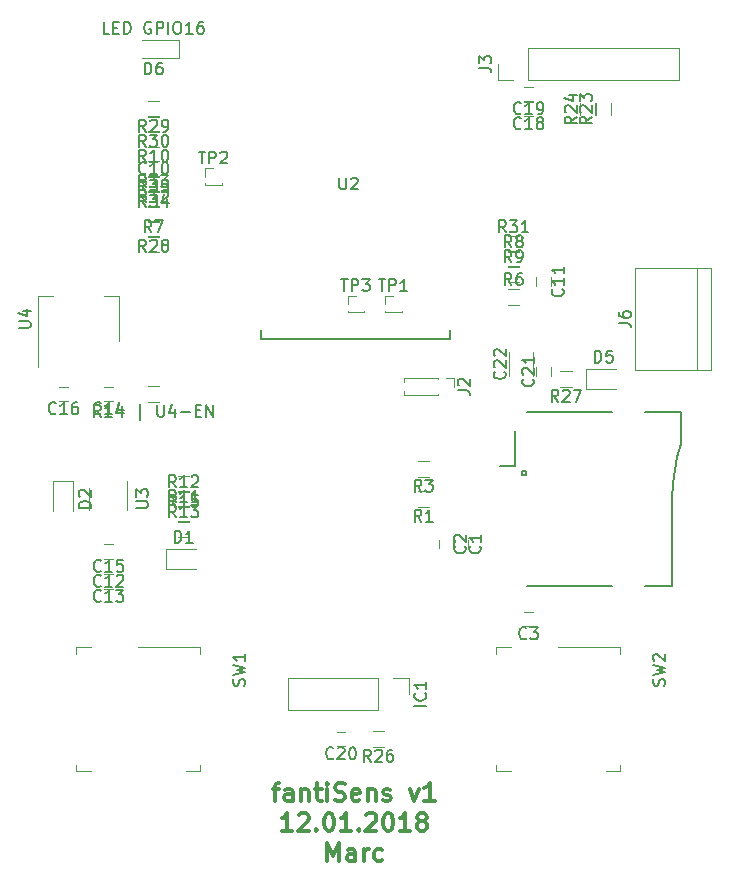
<source format=gbr>
G04 #@! TF.FileFunction,Legend,Top*
%FSLAX46Y46*%
G04 Gerber Fmt 4.6, Leading zero omitted, Abs format (unit mm)*
G04 Created by KiCad (PCBNEW 4.0.6) date 01/12/18 22:01:55*
%MOMM*%
%LPD*%
G01*
G04 APERTURE LIST*
%ADD10C,0.100000*%
%ADD11C,0.300000*%
%ADD12C,0.150000*%
%ADD13C,0.120000*%
%ADD14C,0.152400*%
G04 APERTURE END LIST*
D10*
D11*
X53269429Y-100760571D02*
X53840858Y-100760571D01*
X53483715Y-101760571D02*
X53483715Y-100474857D01*
X53555143Y-100332000D01*
X53698001Y-100260571D01*
X53840858Y-100260571D01*
X54983715Y-101760571D02*
X54983715Y-100974857D01*
X54912286Y-100832000D01*
X54769429Y-100760571D01*
X54483715Y-100760571D01*
X54340858Y-100832000D01*
X54983715Y-101689143D02*
X54840858Y-101760571D01*
X54483715Y-101760571D01*
X54340858Y-101689143D01*
X54269429Y-101546286D01*
X54269429Y-101403429D01*
X54340858Y-101260571D01*
X54483715Y-101189143D01*
X54840858Y-101189143D01*
X54983715Y-101117714D01*
X55698001Y-100760571D02*
X55698001Y-101760571D01*
X55698001Y-100903429D02*
X55769429Y-100832000D01*
X55912287Y-100760571D01*
X56126572Y-100760571D01*
X56269429Y-100832000D01*
X56340858Y-100974857D01*
X56340858Y-101760571D01*
X56840858Y-100760571D02*
X57412287Y-100760571D01*
X57055144Y-100260571D02*
X57055144Y-101546286D01*
X57126572Y-101689143D01*
X57269430Y-101760571D01*
X57412287Y-101760571D01*
X57912287Y-101760571D02*
X57912287Y-100760571D01*
X57912287Y-100260571D02*
X57840858Y-100332000D01*
X57912287Y-100403429D01*
X57983715Y-100332000D01*
X57912287Y-100260571D01*
X57912287Y-100403429D01*
X58555144Y-101689143D02*
X58769430Y-101760571D01*
X59126573Y-101760571D01*
X59269430Y-101689143D01*
X59340859Y-101617714D01*
X59412287Y-101474857D01*
X59412287Y-101332000D01*
X59340859Y-101189143D01*
X59269430Y-101117714D01*
X59126573Y-101046286D01*
X58840859Y-100974857D01*
X58698001Y-100903429D01*
X58626573Y-100832000D01*
X58555144Y-100689143D01*
X58555144Y-100546286D01*
X58626573Y-100403429D01*
X58698001Y-100332000D01*
X58840859Y-100260571D01*
X59198001Y-100260571D01*
X59412287Y-100332000D01*
X60626572Y-101689143D02*
X60483715Y-101760571D01*
X60198001Y-101760571D01*
X60055144Y-101689143D01*
X59983715Y-101546286D01*
X59983715Y-100974857D01*
X60055144Y-100832000D01*
X60198001Y-100760571D01*
X60483715Y-100760571D01*
X60626572Y-100832000D01*
X60698001Y-100974857D01*
X60698001Y-101117714D01*
X59983715Y-101260571D01*
X61340858Y-100760571D02*
X61340858Y-101760571D01*
X61340858Y-100903429D02*
X61412286Y-100832000D01*
X61555144Y-100760571D01*
X61769429Y-100760571D01*
X61912286Y-100832000D01*
X61983715Y-100974857D01*
X61983715Y-101760571D01*
X62626572Y-101689143D02*
X62769429Y-101760571D01*
X63055144Y-101760571D01*
X63198001Y-101689143D01*
X63269429Y-101546286D01*
X63269429Y-101474857D01*
X63198001Y-101332000D01*
X63055144Y-101260571D01*
X62840858Y-101260571D01*
X62698001Y-101189143D01*
X62626572Y-101046286D01*
X62626572Y-100974857D01*
X62698001Y-100832000D01*
X62840858Y-100760571D01*
X63055144Y-100760571D01*
X63198001Y-100832000D01*
X64912287Y-100760571D02*
X65269430Y-101760571D01*
X65626572Y-100760571D01*
X66983715Y-101760571D02*
X66126572Y-101760571D01*
X66555144Y-101760571D02*
X66555144Y-100260571D01*
X66412287Y-100474857D01*
X66269429Y-100617714D01*
X66126572Y-100689143D01*
X54912287Y-104310571D02*
X54055144Y-104310571D01*
X54483716Y-104310571D02*
X54483716Y-102810571D01*
X54340859Y-103024857D01*
X54198001Y-103167714D01*
X54055144Y-103239143D01*
X55483715Y-102953429D02*
X55555144Y-102882000D01*
X55698001Y-102810571D01*
X56055144Y-102810571D01*
X56198001Y-102882000D01*
X56269430Y-102953429D01*
X56340858Y-103096286D01*
X56340858Y-103239143D01*
X56269430Y-103453429D01*
X55412287Y-104310571D01*
X56340858Y-104310571D01*
X56983715Y-104167714D02*
X57055143Y-104239143D01*
X56983715Y-104310571D01*
X56912286Y-104239143D01*
X56983715Y-104167714D01*
X56983715Y-104310571D01*
X57983715Y-102810571D02*
X58126572Y-102810571D01*
X58269429Y-102882000D01*
X58340858Y-102953429D01*
X58412287Y-103096286D01*
X58483715Y-103382000D01*
X58483715Y-103739143D01*
X58412287Y-104024857D01*
X58340858Y-104167714D01*
X58269429Y-104239143D01*
X58126572Y-104310571D01*
X57983715Y-104310571D01*
X57840858Y-104239143D01*
X57769429Y-104167714D01*
X57698001Y-104024857D01*
X57626572Y-103739143D01*
X57626572Y-103382000D01*
X57698001Y-103096286D01*
X57769429Y-102953429D01*
X57840858Y-102882000D01*
X57983715Y-102810571D01*
X59912286Y-104310571D02*
X59055143Y-104310571D01*
X59483715Y-104310571D02*
X59483715Y-102810571D01*
X59340858Y-103024857D01*
X59198000Y-103167714D01*
X59055143Y-103239143D01*
X60555143Y-104167714D02*
X60626571Y-104239143D01*
X60555143Y-104310571D01*
X60483714Y-104239143D01*
X60555143Y-104167714D01*
X60555143Y-104310571D01*
X61198000Y-102953429D02*
X61269429Y-102882000D01*
X61412286Y-102810571D01*
X61769429Y-102810571D01*
X61912286Y-102882000D01*
X61983715Y-102953429D01*
X62055143Y-103096286D01*
X62055143Y-103239143D01*
X61983715Y-103453429D01*
X61126572Y-104310571D01*
X62055143Y-104310571D01*
X62983714Y-102810571D02*
X63126571Y-102810571D01*
X63269428Y-102882000D01*
X63340857Y-102953429D01*
X63412286Y-103096286D01*
X63483714Y-103382000D01*
X63483714Y-103739143D01*
X63412286Y-104024857D01*
X63340857Y-104167714D01*
X63269428Y-104239143D01*
X63126571Y-104310571D01*
X62983714Y-104310571D01*
X62840857Y-104239143D01*
X62769428Y-104167714D01*
X62698000Y-104024857D01*
X62626571Y-103739143D01*
X62626571Y-103382000D01*
X62698000Y-103096286D01*
X62769428Y-102953429D01*
X62840857Y-102882000D01*
X62983714Y-102810571D01*
X64912285Y-104310571D02*
X64055142Y-104310571D01*
X64483714Y-104310571D02*
X64483714Y-102810571D01*
X64340857Y-103024857D01*
X64197999Y-103167714D01*
X64055142Y-103239143D01*
X65769428Y-103453429D02*
X65626570Y-103382000D01*
X65555142Y-103310571D01*
X65483713Y-103167714D01*
X65483713Y-103096286D01*
X65555142Y-102953429D01*
X65626570Y-102882000D01*
X65769428Y-102810571D01*
X66055142Y-102810571D01*
X66197999Y-102882000D01*
X66269428Y-102953429D01*
X66340856Y-103096286D01*
X66340856Y-103167714D01*
X66269428Y-103310571D01*
X66197999Y-103382000D01*
X66055142Y-103453429D01*
X65769428Y-103453429D01*
X65626570Y-103524857D01*
X65555142Y-103596286D01*
X65483713Y-103739143D01*
X65483713Y-104024857D01*
X65555142Y-104167714D01*
X65626570Y-104239143D01*
X65769428Y-104310571D01*
X66055142Y-104310571D01*
X66197999Y-104239143D01*
X66269428Y-104167714D01*
X66340856Y-104024857D01*
X66340856Y-103739143D01*
X66269428Y-103596286D01*
X66197999Y-103524857D01*
X66055142Y-103453429D01*
X57912286Y-106860571D02*
X57912286Y-105360571D01*
X58412286Y-106432000D01*
X58912286Y-105360571D01*
X58912286Y-106860571D01*
X60269429Y-106860571D02*
X60269429Y-106074857D01*
X60198000Y-105932000D01*
X60055143Y-105860571D01*
X59769429Y-105860571D01*
X59626572Y-105932000D01*
X60269429Y-106789143D02*
X60126572Y-106860571D01*
X59769429Y-106860571D01*
X59626572Y-106789143D01*
X59555143Y-106646286D01*
X59555143Y-106503429D01*
X59626572Y-106360571D01*
X59769429Y-106289143D01*
X60126572Y-106289143D01*
X60269429Y-106217714D01*
X60983715Y-106860571D02*
X60983715Y-105860571D01*
X60983715Y-106146286D02*
X61055143Y-106003429D01*
X61126572Y-105932000D01*
X61269429Y-105860571D01*
X61412286Y-105860571D01*
X62555143Y-106789143D02*
X62412286Y-106860571D01*
X62126572Y-106860571D01*
X61983714Y-106789143D01*
X61912286Y-106717714D01*
X61840857Y-106574857D01*
X61840857Y-106146286D01*
X61912286Y-106003429D01*
X61983714Y-105932000D01*
X62126572Y-105860571D01*
X62412286Y-105860571D01*
X62555143Y-105932000D01*
D12*
X87120000Y-83550000D02*
X87120000Y-76200000D01*
X87120000Y-76200000D02*
X87170000Y-74850000D01*
X87170000Y-74850000D02*
X87320000Y-73700000D01*
X87320000Y-73700000D02*
X87520000Y-72600000D01*
X87520000Y-72600000D02*
X87820000Y-71550000D01*
X73820000Y-73400000D02*
X72520000Y-73400000D01*
X82020000Y-83550000D02*
X74820000Y-83550000D01*
X84820000Y-83550000D02*
X87120000Y-83550000D01*
X87820000Y-71550000D02*
X87820000Y-68850000D01*
X87820000Y-68850000D02*
X84820000Y-68850000D01*
X74820000Y-68850000D02*
X82020000Y-68850000D01*
X74420000Y-73850000D02*
X74420000Y-74150000D01*
X74420000Y-74150000D02*
X74720000Y-74150000D01*
X74720000Y-74150000D02*
X74720000Y-73850000D01*
X74720000Y-73850000D02*
X74420000Y-73850000D01*
X73820000Y-73400000D02*
X73820000Y-70400000D01*
D13*
X69815000Y-79660000D02*
X69815000Y-80360000D01*
X68615000Y-80360000D02*
X68615000Y-79660000D01*
X68545000Y-79660000D02*
X68545000Y-80360000D01*
X67345000Y-80360000D02*
X67345000Y-79660000D01*
X75280000Y-86960000D02*
X74580000Y-86960000D01*
X74580000Y-85760000D02*
X75280000Y-85760000D01*
X43530000Y-47590000D02*
X42830000Y-47590000D01*
X42830000Y-46390000D02*
X43530000Y-46390000D01*
X76800000Y-57435000D02*
X76800000Y-58135000D01*
X75600000Y-58135000D02*
X75600000Y-57435000D01*
X39720000Y-82515000D02*
X39020000Y-82515000D01*
X39020000Y-81315000D02*
X39720000Y-81315000D01*
X39720000Y-83785000D02*
X39020000Y-83785000D01*
X39020000Y-82585000D02*
X39720000Y-82585000D01*
X39720000Y-67910000D02*
X39020000Y-67910000D01*
X39020000Y-66710000D02*
X39720000Y-66710000D01*
X39720000Y-81245000D02*
X39020000Y-81245000D01*
X39020000Y-80045000D02*
X39720000Y-80045000D01*
X35910000Y-67910000D02*
X35210000Y-67910000D01*
X35210000Y-66710000D02*
X35910000Y-66710000D01*
X75280000Y-43780000D02*
X74580000Y-43780000D01*
X74580000Y-42580000D02*
X75280000Y-42580000D01*
X75280000Y-42510000D02*
X74580000Y-42510000D01*
X74580000Y-41310000D02*
X75280000Y-41310000D01*
X59405000Y-97120000D02*
X58705000Y-97120000D01*
X58705000Y-95920000D02*
X59405000Y-95920000D01*
X75600000Y-65755000D02*
X75600000Y-65055000D01*
X76800000Y-65055000D02*
X76800000Y-65755000D01*
X73275000Y-63770000D02*
X73275000Y-65770000D01*
X75315000Y-65770000D02*
X75315000Y-63770000D01*
X44220000Y-80430000D02*
X44220000Y-82130000D01*
X44220000Y-82130000D02*
X46770000Y-82130000D01*
X44220000Y-80430000D02*
X46770000Y-80430000D01*
X36410000Y-74700000D02*
X34710000Y-74700000D01*
X34710000Y-74700000D02*
X34710000Y-77250000D01*
X36410000Y-74700000D02*
X36410000Y-77250000D01*
X79780000Y-65190000D02*
X79780000Y-66890000D01*
X79780000Y-66890000D02*
X82330000Y-66890000D01*
X79780000Y-65190000D02*
X82330000Y-65190000D01*
X42180000Y-37350000D02*
X45380000Y-37350000D01*
X45380000Y-38850000D02*
X42180000Y-38850000D01*
X45380000Y-38850000D02*
X45380000Y-37350000D01*
X54550000Y-91380000D02*
X54550000Y-94040000D01*
X62230000Y-91380000D02*
X54550000Y-91380000D01*
X62230000Y-94040000D02*
X54550000Y-94040000D01*
X62230000Y-91380000D02*
X62230000Y-94040000D01*
X63500000Y-91380000D02*
X64830000Y-91380000D01*
X64830000Y-91380000D02*
X64830000Y-92710000D01*
X64385000Y-65980000D02*
X64385000Y-66280507D01*
X64385000Y-67069493D02*
X64385000Y-67370000D01*
X67260000Y-65980000D02*
X64385000Y-65980000D01*
X67260000Y-67370000D02*
X64385000Y-67370000D01*
X67260000Y-65980000D02*
X67260000Y-66066724D01*
X67260000Y-67283276D02*
X67260000Y-67370000D01*
X67945000Y-65980000D02*
X68630000Y-65980000D01*
X68630000Y-65980000D02*
X68630000Y-66675000D01*
X87690000Y-40700000D02*
X87690000Y-38040000D01*
X74930000Y-40700000D02*
X87690000Y-40700000D01*
X74930000Y-38040000D02*
X87690000Y-38040000D01*
X74930000Y-40700000D02*
X74930000Y-38040000D01*
X73660000Y-40700000D02*
X72330000Y-40700000D01*
X72330000Y-40700000D02*
X72330000Y-39370000D01*
X90390000Y-65310000D02*
X90390000Y-56610000D01*
X83980000Y-65310000D02*
X83980000Y-56610000D01*
X83980000Y-56610000D02*
X90390000Y-56610000D01*
X89160000Y-56610000D02*
X89160000Y-65310000D01*
X90390000Y-65310000D02*
X83980000Y-65310000D01*
X65540000Y-75520000D02*
X66540000Y-75520000D01*
X66540000Y-76880000D02*
X65540000Y-76880000D01*
X65540000Y-72980000D02*
X66540000Y-72980000D01*
X66540000Y-74340000D02*
X65540000Y-74340000D01*
X74160000Y-59735000D02*
X73160000Y-59735000D01*
X73160000Y-58375000D02*
X74160000Y-58375000D01*
X43680000Y-55290000D02*
X42680000Y-55290000D01*
X42680000Y-53930000D02*
X43680000Y-53930000D01*
X74160000Y-56560000D02*
X73160000Y-56560000D01*
X73160000Y-55200000D02*
X74160000Y-55200000D01*
X74160000Y-57830000D02*
X73160000Y-57830000D01*
X73160000Y-56470000D02*
X74160000Y-56470000D01*
X42680000Y-45040000D02*
X43680000Y-45040000D01*
X43680000Y-46400000D02*
X42680000Y-46400000D01*
X46220000Y-78150000D02*
X45220000Y-78150000D01*
X45220000Y-76790000D02*
X46220000Y-76790000D01*
X46220000Y-76880000D02*
X45220000Y-76880000D01*
X45220000Y-75520000D02*
X46220000Y-75520000D01*
X46220000Y-79420000D02*
X45220000Y-79420000D01*
X45220000Y-78060000D02*
X46220000Y-78060000D01*
X42680000Y-66630000D02*
X43680000Y-66630000D01*
X43680000Y-67990000D02*
X42680000Y-67990000D01*
X45220000Y-74250000D02*
X46220000Y-74250000D01*
X46220000Y-75610000D02*
X45220000Y-75610000D01*
X81960000Y-42680000D02*
X81960000Y-43680000D01*
X80600000Y-43680000D02*
X80600000Y-42680000D01*
X80690000Y-42680000D02*
X80690000Y-43680000D01*
X79330000Y-43680000D02*
X79330000Y-42680000D01*
X61730000Y-95840000D02*
X62730000Y-95840000D01*
X62730000Y-97200000D02*
X61730000Y-97200000D01*
X77605000Y-65360000D02*
X78605000Y-65360000D01*
X78605000Y-66720000D02*
X77605000Y-66720000D01*
X42680000Y-52660000D02*
X43680000Y-52660000D01*
X43680000Y-54020000D02*
X42680000Y-54020000D01*
X42680000Y-42500000D02*
X43680000Y-42500000D01*
X43680000Y-43860000D02*
X42680000Y-43860000D01*
X42680000Y-43770000D02*
X43680000Y-43770000D01*
X43680000Y-45130000D02*
X42680000Y-45130000D01*
X74160000Y-55290000D02*
X73160000Y-55290000D01*
X73160000Y-53930000D02*
X74160000Y-53930000D01*
X43680000Y-52750000D02*
X42680000Y-52750000D01*
X42680000Y-51390000D02*
X43680000Y-51390000D01*
X43680000Y-51480000D02*
X42680000Y-51480000D01*
X42680000Y-50120000D02*
X43680000Y-50120000D01*
X42680000Y-48850000D02*
X43680000Y-48850000D01*
X43680000Y-50210000D02*
X42680000Y-50210000D01*
X42680000Y-47580000D02*
X43680000Y-47580000D01*
X43680000Y-48940000D02*
X42680000Y-48940000D01*
X47160000Y-98680000D02*
X47160000Y-99230000D01*
X47160000Y-99230000D02*
X45910000Y-99230000D01*
X36660000Y-98680000D02*
X36660000Y-99230000D01*
X36660000Y-99230000D02*
X37910000Y-99230000D01*
X47160000Y-89280000D02*
X47160000Y-88730000D01*
X47160000Y-88730000D02*
X41910000Y-88730000D01*
X36660000Y-89280000D02*
X36660000Y-88730000D01*
X36660000Y-88730000D02*
X37910000Y-88730000D01*
X82720000Y-98680000D02*
X82720000Y-99230000D01*
X82720000Y-99230000D02*
X81470000Y-99230000D01*
X72220000Y-98680000D02*
X72220000Y-99230000D01*
X72220000Y-99230000D02*
X73470000Y-99230000D01*
X82720000Y-89280000D02*
X82720000Y-88730000D01*
X82720000Y-88730000D02*
X77470000Y-88730000D01*
X72220000Y-89280000D02*
X72220000Y-88730000D01*
X72220000Y-88730000D02*
X73470000Y-88730000D01*
X62805000Y-60375000D02*
X64195000Y-60375000D01*
X62805000Y-60375000D02*
X62805000Y-60250000D01*
X64195000Y-60375000D02*
X64195000Y-60250000D01*
X62805000Y-60375000D02*
X62891724Y-60375000D01*
X64108276Y-60375000D02*
X64195000Y-60375000D01*
X62805000Y-59690000D02*
X62805000Y-59005000D01*
X62805000Y-59005000D02*
X63500000Y-59005000D01*
X47565000Y-49580000D02*
X48955000Y-49580000D01*
X47565000Y-49580000D02*
X47565000Y-49455000D01*
X48955000Y-49580000D02*
X48955000Y-49455000D01*
X47565000Y-49580000D02*
X47651724Y-49580000D01*
X48868276Y-49580000D02*
X48955000Y-49580000D01*
X47565000Y-48895000D02*
X47565000Y-48210000D01*
X47565000Y-48210000D02*
X48260000Y-48210000D01*
X59630000Y-60375000D02*
X61020000Y-60375000D01*
X59630000Y-60375000D02*
X59630000Y-60250000D01*
X61020000Y-60375000D02*
X61020000Y-60250000D01*
X59630000Y-60375000D02*
X59716724Y-60375000D01*
X60933276Y-60375000D02*
X61020000Y-60375000D01*
X59630000Y-59690000D02*
X59630000Y-59005000D01*
X59630000Y-59005000D02*
X60325000Y-59005000D01*
D14*
X52324000Y-61849000D02*
X52324000Y-62611000D01*
X52324000Y-62611000D02*
X68326000Y-62611000D01*
X68326000Y-62611000D02*
X68326000Y-61849000D01*
D13*
X37760000Y-75300000D02*
X37760000Y-77100000D01*
X40980000Y-77100000D02*
X40980000Y-74650000D01*
X40240000Y-59050000D02*
X38980000Y-59050000D01*
X33420000Y-59050000D02*
X34680000Y-59050000D01*
X40240000Y-62810000D02*
X40240000Y-59050000D01*
X33420000Y-65060000D02*
X33420000Y-59050000D01*
D12*
X70822143Y-80176666D02*
X70869762Y-80224285D01*
X70917381Y-80367142D01*
X70917381Y-80462380D01*
X70869762Y-80605238D01*
X70774524Y-80700476D01*
X70679286Y-80748095D01*
X70488810Y-80795714D01*
X70345952Y-80795714D01*
X70155476Y-80748095D01*
X70060238Y-80700476D01*
X69965000Y-80605238D01*
X69917381Y-80462380D01*
X69917381Y-80367142D01*
X69965000Y-80224285D01*
X70012619Y-80176666D01*
X70917381Y-79224285D02*
X70917381Y-79795714D01*
X70917381Y-79510000D02*
X69917381Y-79510000D01*
X70060238Y-79605238D01*
X70155476Y-79700476D01*
X70203095Y-79795714D01*
X69552143Y-80176666D02*
X69599762Y-80224285D01*
X69647381Y-80367142D01*
X69647381Y-80462380D01*
X69599762Y-80605238D01*
X69504524Y-80700476D01*
X69409286Y-80748095D01*
X69218810Y-80795714D01*
X69075952Y-80795714D01*
X68885476Y-80748095D01*
X68790238Y-80700476D01*
X68695000Y-80605238D01*
X68647381Y-80462380D01*
X68647381Y-80367142D01*
X68695000Y-80224285D01*
X68742619Y-80176666D01*
X68742619Y-79795714D02*
X68695000Y-79748095D01*
X68647381Y-79652857D01*
X68647381Y-79414761D01*
X68695000Y-79319523D01*
X68742619Y-79271904D01*
X68837857Y-79224285D01*
X68933095Y-79224285D01*
X69075952Y-79271904D01*
X69647381Y-79843333D01*
X69647381Y-79224285D01*
X74763334Y-87967143D02*
X74715715Y-88014762D01*
X74572858Y-88062381D01*
X74477620Y-88062381D01*
X74334762Y-88014762D01*
X74239524Y-87919524D01*
X74191905Y-87824286D01*
X74144286Y-87633810D01*
X74144286Y-87490952D01*
X74191905Y-87300476D01*
X74239524Y-87205238D01*
X74334762Y-87110000D01*
X74477620Y-87062381D01*
X74572858Y-87062381D01*
X74715715Y-87110000D01*
X74763334Y-87157619D01*
X75096667Y-87062381D02*
X75715715Y-87062381D01*
X75382381Y-87443333D01*
X75525239Y-87443333D01*
X75620477Y-87490952D01*
X75668096Y-87538571D01*
X75715715Y-87633810D01*
X75715715Y-87871905D01*
X75668096Y-87967143D01*
X75620477Y-88014762D01*
X75525239Y-88062381D01*
X75239524Y-88062381D01*
X75144286Y-88014762D01*
X75096667Y-87967143D01*
X42537143Y-48597143D02*
X42489524Y-48644762D01*
X42346667Y-48692381D01*
X42251429Y-48692381D01*
X42108571Y-48644762D01*
X42013333Y-48549524D01*
X41965714Y-48454286D01*
X41918095Y-48263810D01*
X41918095Y-48120952D01*
X41965714Y-47930476D01*
X42013333Y-47835238D01*
X42108571Y-47740000D01*
X42251429Y-47692381D01*
X42346667Y-47692381D01*
X42489524Y-47740000D01*
X42537143Y-47787619D01*
X43489524Y-48692381D02*
X42918095Y-48692381D01*
X43203809Y-48692381D02*
X43203809Y-47692381D01*
X43108571Y-47835238D01*
X43013333Y-47930476D01*
X42918095Y-47978095D01*
X44108571Y-47692381D02*
X44203810Y-47692381D01*
X44299048Y-47740000D01*
X44346667Y-47787619D01*
X44394286Y-47882857D01*
X44441905Y-48073333D01*
X44441905Y-48311429D01*
X44394286Y-48501905D01*
X44346667Y-48597143D01*
X44299048Y-48644762D01*
X44203810Y-48692381D01*
X44108571Y-48692381D01*
X44013333Y-48644762D01*
X43965714Y-48597143D01*
X43918095Y-48501905D01*
X43870476Y-48311429D01*
X43870476Y-48073333D01*
X43918095Y-47882857D01*
X43965714Y-47787619D01*
X44013333Y-47740000D01*
X44108571Y-47692381D01*
X77807143Y-58427857D02*
X77854762Y-58475476D01*
X77902381Y-58618333D01*
X77902381Y-58713571D01*
X77854762Y-58856429D01*
X77759524Y-58951667D01*
X77664286Y-58999286D01*
X77473810Y-59046905D01*
X77330952Y-59046905D01*
X77140476Y-58999286D01*
X77045238Y-58951667D01*
X76950000Y-58856429D01*
X76902381Y-58713571D01*
X76902381Y-58618333D01*
X76950000Y-58475476D01*
X76997619Y-58427857D01*
X77902381Y-57475476D02*
X77902381Y-58046905D01*
X77902381Y-57761191D02*
X76902381Y-57761191D01*
X77045238Y-57856429D01*
X77140476Y-57951667D01*
X77188095Y-58046905D01*
X77902381Y-56523095D02*
X77902381Y-57094524D01*
X77902381Y-56808810D02*
X76902381Y-56808810D01*
X77045238Y-56904048D01*
X77140476Y-56999286D01*
X77188095Y-57094524D01*
X38727143Y-83522143D02*
X38679524Y-83569762D01*
X38536667Y-83617381D01*
X38441429Y-83617381D01*
X38298571Y-83569762D01*
X38203333Y-83474524D01*
X38155714Y-83379286D01*
X38108095Y-83188810D01*
X38108095Y-83045952D01*
X38155714Y-82855476D01*
X38203333Y-82760238D01*
X38298571Y-82665000D01*
X38441429Y-82617381D01*
X38536667Y-82617381D01*
X38679524Y-82665000D01*
X38727143Y-82712619D01*
X39679524Y-83617381D02*
X39108095Y-83617381D01*
X39393809Y-83617381D02*
X39393809Y-82617381D01*
X39298571Y-82760238D01*
X39203333Y-82855476D01*
X39108095Y-82903095D01*
X40060476Y-82712619D02*
X40108095Y-82665000D01*
X40203333Y-82617381D01*
X40441429Y-82617381D01*
X40536667Y-82665000D01*
X40584286Y-82712619D01*
X40631905Y-82807857D01*
X40631905Y-82903095D01*
X40584286Y-83045952D01*
X40012857Y-83617381D01*
X40631905Y-83617381D01*
X38727143Y-84792143D02*
X38679524Y-84839762D01*
X38536667Y-84887381D01*
X38441429Y-84887381D01*
X38298571Y-84839762D01*
X38203333Y-84744524D01*
X38155714Y-84649286D01*
X38108095Y-84458810D01*
X38108095Y-84315952D01*
X38155714Y-84125476D01*
X38203333Y-84030238D01*
X38298571Y-83935000D01*
X38441429Y-83887381D01*
X38536667Y-83887381D01*
X38679524Y-83935000D01*
X38727143Y-83982619D01*
X39679524Y-84887381D02*
X39108095Y-84887381D01*
X39393809Y-84887381D02*
X39393809Y-83887381D01*
X39298571Y-84030238D01*
X39203333Y-84125476D01*
X39108095Y-84173095D01*
X40012857Y-83887381D02*
X40631905Y-83887381D01*
X40298571Y-84268333D01*
X40441429Y-84268333D01*
X40536667Y-84315952D01*
X40584286Y-84363571D01*
X40631905Y-84458810D01*
X40631905Y-84696905D01*
X40584286Y-84792143D01*
X40536667Y-84839762D01*
X40441429Y-84887381D01*
X40155714Y-84887381D01*
X40060476Y-84839762D01*
X40012857Y-84792143D01*
X38727143Y-68917143D02*
X38679524Y-68964762D01*
X38536667Y-69012381D01*
X38441429Y-69012381D01*
X38298571Y-68964762D01*
X38203333Y-68869524D01*
X38155714Y-68774286D01*
X38108095Y-68583810D01*
X38108095Y-68440952D01*
X38155714Y-68250476D01*
X38203333Y-68155238D01*
X38298571Y-68060000D01*
X38441429Y-68012381D01*
X38536667Y-68012381D01*
X38679524Y-68060000D01*
X38727143Y-68107619D01*
X39679524Y-69012381D02*
X39108095Y-69012381D01*
X39393809Y-69012381D02*
X39393809Y-68012381D01*
X39298571Y-68155238D01*
X39203333Y-68250476D01*
X39108095Y-68298095D01*
X40536667Y-68345714D02*
X40536667Y-69012381D01*
X40298571Y-67964762D02*
X40060476Y-68679048D01*
X40679524Y-68679048D01*
X38727143Y-82252143D02*
X38679524Y-82299762D01*
X38536667Y-82347381D01*
X38441429Y-82347381D01*
X38298571Y-82299762D01*
X38203333Y-82204524D01*
X38155714Y-82109286D01*
X38108095Y-81918810D01*
X38108095Y-81775952D01*
X38155714Y-81585476D01*
X38203333Y-81490238D01*
X38298571Y-81395000D01*
X38441429Y-81347381D01*
X38536667Y-81347381D01*
X38679524Y-81395000D01*
X38727143Y-81442619D01*
X39679524Y-82347381D02*
X39108095Y-82347381D01*
X39393809Y-82347381D02*
X39393809Y-81347381D01*
X39298571Y-81490238D01*
X39203333Y-81585476D01*
X39108095Y-81633095D01*
X40584286Y-81347381D02*
X40108095Y-81347381D01*
X40060476Y-81823571D01*
X40108095Y-81775952D01*
X40203333Y-81728333D01*
X40441429Y-81728333D01*
X40536667Y-81775952D01*
X40584286Y-81823571D01*
X40631905Y-81918810D01*
X40631905Y-82156905D01*
X40584286Y-82252143D01*
X40536667Y-82299762D01*
X40441429Y-82347381D01*
X40203333Y-82347381D01*
X40108095Y-82299762D01*
X40060476Y-82252143D01*
X34917143Y-68917143D02*
X34869524Y-68964762D01*
X34726667Y-69012381D01*
X34631429Y-69012381D01*
X34488571Y-68964762D01*
X34393333Y-68869524D01*
X34345714Y-68774286D01*
X34298095Y-68583810D01*
X34298095Y-68440952D01*
X34345714Y-68250476D01*
X34393333Y-68155238D01*
X34488571Y-68060000D01*
X34631429Y-68012381D01*
X34726667Y-68012381D01*
X34869524Y-68060000D01*
X34917143Y-68107619D01*
X35869524Y-69012381D02*
X35298095Y-69012381D01*
X35583809Y-69012381D02*
X35583809Y-68012381D01*
X35488571Y-68155238D01*
X35393333Y-68250476D01*
X35298095Y-68298095D01*
X36726667Y-68012381D02*
X36536190Y-68012381D01*
X36440952Y-68060000D01*
X36393333Y-68107619D01*
X36298095Y-68250476D01*
X36250476Y-68440952D01*
X36250476Y-68821905D01*
X36298095Y-68917143D01*
X36345714Y-68964762D01*
X36440952Y-69012381D01*
X36631429Y-69012381D01*
X36726667Y-68964762D01*
X36774286Y-68917143D01*
X36821905Y-68821905D01*
X36821905Y-68583810D01*
X36774286Y-68488571D01*
X36726667Y-68440952D01*
X36631429Y-68393333D01*
X36440952Y-68393333D01*
X36345714Y-68440952D01*
X36298095Y-68488571D01*
X36250476Y-68583810D01*
X74287143Y-44787143D02*
X74239524Y-44834762D01*
X74096667Y-44882381D01*
X74001429Y-44882381D01*
X73858571Y-44834762D01*
X73763333Y-44739524D01*
X73715714Y-44644286D01*
X73668095Y-44453810D01*
X73668095Y-44310952D01*
X73715714Y-44120476D01*
X73763333Y-44025238D01*
X73858571Y-43930000D01*
X74001429Y-43882381D01*
X74096667Y-43882381D01*
X74239524Y-43930000D01*
X74287143Y-43977619D01*
X75239524Y-44882381D02*
X74668095Y-44882381D01*
X74953809Y-44882381D02*
X74953809Y-43882381D01*
X74858571Y-44025238D01*
X74763333Y-44120476D01*
X74668095Y-44168095D01*
X75810952Y-44310952D02*
X75715714Y-44263333D01*
X75668095Y-44215714D01*
X75620476Y-44120476D01*
X75620476Y-44072857D01*
X75668095Y-43977619D01*
X75715714Y-43930000D01*
X75810952Y-43882381D01*
X76001429Y-43882381D01*
X76096667Y-43930000D01*
X76144286Y-43977619D01*
X76191905Y-44072857D01*
X76191905Y-44120476D01*
X76144286Y-44215714D01*
X76096667Y-44263333D01*
X76001429Y-44310952D01*
X75810952Y-44310952D01*
X75715714Y-44358571D01*
X75668095Y-44406190D01*
X75620476Y-44501429D01*
X75620476Y-44691905D01*
X75668095Y-44787143D01*
X75715714Y-44834762D01*
X75810952Y-44882381D01*
X76001429Y-44882381D01*
X76096667Y-44834762D01*
X76144286Y-44787143D01*
X76191905Y-44691905D01*
X76191905Y-44501429D01*
X76144286Y-44406190D01*
X76096667Y-44358571D01*
X76001429Y-44310952D01*
X74287143Y-43517143D02*
X74239524Y-43564762D01*
X74096667Y-43612381D01*
X74001429Y-43612381D01*
X73858571Y-43564762D01*
X73763333Y-43469524D01*
X73715714Y-43374286D01*
X73668095Y-43183810D01*
X73668095Y-43040952D01*
X73715714Y-42850476D01*
X73763333Y-42755238D01*
X73858571Y-42660000D01*
X74001429Y-42612381D01*
X74096667Y-42612381D01*
X74239524Y-42660000D01*
X74287143Y-42707619D01*
X75239524Y-43612381D02*
X74668095Y-43612381D01*
X74953809Y-43612381D02*
X74953809Y-42612381D01*
X74858571Y-42755238D01*
X74763333Y-42850476D01*
X74668095Y-42898095D01*
X75715714Y-43612381D02*
X75906190Y-43612381D01*
X76001429Y-43564762D01*
X76049048Y-43517143D01*
X76144286Y-43374286D01*
X76191905Y-43183810D01*
X76191905Y-42802857D01*
X76144286Y-42707619D01*
X76096667Y-42660000D01*
X76001429Y-42612381D01*
X75810952Y-42612381D01*
X75715714Y-42660000D01*
X75668095Y-42707619D01*
X75620476Y-42802857D01*
X75620476Y-43040952D01*
X75668095Y-43136190D01*
X75715714Y-43183810D01*
X75810952Y-43231429D01*
X76001429Y-43231429D01*
X76096667Y-43183810D01*
X76144286Y-43136190D01*
X76191905Y-43040952D01*
X58412143Y-98127143D02*
X58364524Y-98174762D01*
X58221667Y-98222381D01*
X58126429Y-98222381D01*
X57983571Y-98174762D01*
X57888333Y-98079524D01*
X57840714Y-97984286D01*
X57793095Y-97793810D01*
X57793095Y-97650952D01*
X57840714Y-97460476D01*
X57888333Y-97365238D01*
X57983571Y-97270000D01*
X58126429Y-97222381D01*
X58221667Y-97222381D01*
X58364524Y-97270000D01*
X58412143Y-97317619D01*
X58793095Y-97317619D02*
X58840714Y-97270000D01*
X58935952Y-97222381D01*
X59174048Y-97222381D01*
X59269286Y-97270000D01*
X59316905Y-97317619D01*
X59364524Y-97412857D01*
X59364524Y-97508095D01*
X59316905Y-97650952D01*
X58745476Y-98222381D01*
X59364524Y-98222381D01*
X59983571Y-97222381D02*
X60078810Y-97222381D01*
X60174048Y-97270000D01*
X60221667Y-97317619D01*
X60269286Y-97412857D01*
X60316905Y-97603333D01*
X60316905Y-97841429D01*
X60269286Y-98031905D01*
X60221667Y-98127143D01*
X60174048Y-98174762D01*
X60078810Y-98222381D01*
X59983571Y-98222381D01*
X59888333Y-98174762D01*
X59840714Y-98127143D01*
X59793095Y-98031905D01*
X59745476Y-97841429D01*
X59745476Y-97603333D01*
X59793095Y-97412857D01*
X59840714Y-97317619D01*
X59888333Y-97270000D01*
X59983571Y-97222381D01*
X75307143Y-66047857D02*
X75354762Y-66095476D01*
X75402381Y-66238333D01*
X75402381Y-66333571D01*
X75354762Y-66476429D01*
X75259524Y-66571667D01*
X75164286Y-66619286D01*
X74973810Y-66666905D01*
X74830952Y-66666905D01*
X74640476Y-66619286D01*
X74545238Y-66571667D01*
X74450000Y-66476429D01*
X74402381Y-66333571D01*
X74402381Y-66238333D01*
X74450000Y-66095476D01*
X74497619Y-66047857D01*
X74497619Y-65666905D02*
X74450000Y-65619286D01*
X74402381Y-65524048D01*
X74402381Y-65285952D01*
X74450000Y-65190714D01*
X74497619Y-65143095D01*
X74592857Y-65095476D01*
X74688095Y-65095476D01*
X74830952Y-65143095D01*
X75402381Y-65714524D01*
X75402381Y-65095476D01*
X75402381Y-64143095D02*
X75402381Y-64714524D01*
X75402381Y-64428810D02*
X74402381Y-64428810D01*
X74545238Y-64524048D01*
X74640476Y-64619286D01*
X74688095Y-64714524D01*
X72902143Y-65412857D02*
X72949762Y-65460476D01*
X72997381Y-65603333D01*
X72997381Y-65698571D01*
X72949762Y-65841429D01*
X72854524Y-65936667D01*
X72759286Y-65984286D01*
X72568810Y-66031905D01*
X72425952Y-66031905D01*
X72235476Y-65984286D01*
X72140238Y-65936667D01*
X72045000Y-65841429D01*
X71997381Y-65698571D01*
X71997381Y-65603333D01*
X72045000Y-65460476D01*
X72092619Y-65412857D01*
X72092619Y-65031905D02*
X72045000Y-64984286D01*
X71997381Y-64889048D01*
X71997381Y-64650952D01*
X72045000Y-64555714D01*
X72092619Y-64508095D01*
X72187857Y-64460476D01*
X72283095Y-64460476D01*
X72425952Y-64508095D01*
X72997381Y-65079524D01*
X72997381Y-64460476D01*
X72092619Y-64079524D02*
X72045000Y-64031905D01*
X71997381Y-63936667D01*
X71997381Y-63698571D01*
X72045000Y-63603333D01*
X72092619Y-63555714D01*
X72187857Y-63508095D01*
X72283095Y-63508095D01*
X72425952Y-63555714D01*
X72997381Y-64127143D01*
X72997381Y-63508095D01*
X44981905Y-79882381D02*
X44981905Y-78882381D01*
X45220000Y-78882381D01*
X45362858Y-78930000D01*
X45458096Y-79025238D01*
X45505715Y-79120476D01*
X45553334Y-79310952D01*
X45553334Y-79453810D01*
X45505715Y-79644286D01*
X45458096Y-79739524D01*
X45362858Y-79834762D01*
X45220000Y-79882381D01*
X44981905Y-79882381D01*
X46505715Y-79882381D02*
X45934286Y-79882381D01*
X46220000Y-79882381D02*
X46220000Y-78882381D01*
X46124762Y-79025238D01*
X46029524Y-79120476D01*
X45934286Y-79168095D01*
X37862381Y-76938095D02*
X36862381Y-76938095D01*
X36862381Y-76700000D01*
X36910000Y-76557142D01*
X37005238Y-76461904D01*
X37100476Y-76414285D01*
X37290952Y-76366666D01*
X37433810Y-76366666D01*
X37624286Y-76414285D01*
X37719524Y-76461904D01*
X37814762Y-76557142D01*
X37862381Y-76700000D01*
X37862381Y-76938095D01*
X36957619Y-75985714D02*
X36910000Y-75938095D01*
X36862381Y-75842857D01*
X36862381Y-75604761D01*
X36910000Y-75509523D01*
X36957619Y-75461904D01*
X37052857Y-75414285D01*
X37148095Y-75414285D01*
X37290952Y-75461904D01*
X37862381Y-76033333D01*
X37862381Y-75414285D01*
X80541905Y-64642381D02*
X80541905Y-63642381D01*
X80780000Y-63642381D01*
X80922858Y-63690000D01*
X81018096Y-63785238D01*
X81065715Y-63880476D01*
X81113334Y-64070952D01*
X81113334Y-64213810D01*
X81065715Y-64404286D01*
X81018096Y-64499524D01*
X80922858Y-64594762D01*
X80780000Y-64642381D01*
X80541905Y-64642381D01*
X82018096Y-63642381D02*
X81541905Y-63642381D01*
X81494286Y-64118571D01*
X81541905Y-64070952D01*
X81637143Y-64023333D01*
X81875239Y-64023333D01*
X81970477Y-64070952D01*
X82018096Y-64118571D01*
X82065715Y-64213810D01*
X82065715Y-64451905D01*
X82018096Y-64547143D01*
X81970477Y-64594762D01*
X81875239Y-64642381D01*
X81637143Y-64642381D01*
X81541905Y-64594762D01*
X81494286Y-64547143D01*
X42441905Y-40252381D02*
X42441905Y-39252381D01*
X42680000Y-39252381D01*
X42822858Y-39300000D01*
X42918096Y-39395238D01*
X42965715Y-39490476D01*
X43013334Y-39680952D01*
X43013334Y-39823810D01*
X42965715Y-40014286D01*
X42918096Y-40109524D01*
X42822858Y-40204762D01*
X42680000Y-40252381D01*
X42441905Y-40252381D01*
X43870477Y-39252381D02*
X43680000Y-39252381D01*
X43584762Y-39300000D01*
X43537143Y-39347619D01*
X43441905Y-39490476D01*
X43394286Y-39680952D01*
X43394286Y-40061905D01*
X43441905Y-40157143D01*
X43489524Y-40204762D01*
X43584762Y-40252381D01*
X43775239Y-40252381D01*
X43870477Y-40204762D01*
X43918096Y-40157143D01*
X43965715Y-40061905D01*
X43965715Y-39823810D01*
X43918096Y-39728571D01*
X43870477Y-39680952D01*
X43775239Y-39633333D01*
X43584762Y-39633333D01*
X43489524Y-39680952D01*
X43441905Y-39728571D01*
X43394286Y-39823810D01*
X39441905Y-36802381D02*
X38965714Y-36802381D01*
X38965714Y-35802381D01*
X39775238Y-36278571D02*
X40108572Y-36278571D01*
X40251429Y-36802381D02*
X39775238Y-36802381D01*
X39775238Y-35802381D01*
X40251429Y-35802381D01*
X40680000Y-36802381D02*
X40680000Y-35802381D01*
X40918095Y-35802381D01*
X41060953Y-35850000D01*
X41156191Y-35945238D01*
X41203810Y-36040476D01*
X41251429Y-36230952D01*
X41251429Y-36373810D01*
X41203810Y-36564286D01*
X41156191Y-36659524D01*
X41060953Y-36754762D01*
X40918095Y-36802381D01*
X40680000Y-36802381D01*
X42965715Y-35850000D02*
X42870477Y-35802381D01*
X42727620Y-35802381D01*
X42584762Y-35850000D01*
X42489524Y-35945238D01*
X42441905Y-36040476D01*
X42394286Y-36230952D01*
X42394286Y-36373810D01*
X42441905Y-36564286D01*
X42489524Y-36659524D01*
X42584762Y-36754762D01*
X42727620Y-36802381D01*
X42822858Y-36802381D01*
X42965715Y-36754762D01*
X43013334Y-36707143D01*
X43013334Y-36373810D01*
X42822858Y-36373810D01*
X43441905Y-36802381D02*
X43441905Y-35802381D01*
X43822858Y-35802381D01*
X43918096Y-35850000D01*
X43965715Y-35897619D01*
X44013334Y-35992857D01*
X44013334Y-36135714D01*
X43965715Y-36230952D01*
X43918096Y-36278571D01*
X43822858Y-36326190D01*
X43441905Y-36326190D01*
X44441905Y-36802381D02*
X44441905Y-35802381D01*
X45108571Y-35802381D02*
X45299048Y-35802381D01*
X45394286Y-35850000D01*
X45489524Y-35945238D01*
X45537143Y-36135714D01*
X45537143Y-36469048D01*
X45489524Y-36659524D01*
X45394286Y-36754762D01*
X45299048Y-36802381D01*
X45108571Y-36802381D01*
X45013333Y-36754762D01*
X44918095Y-36659524D01*
X44870476Y-36469048D01*
X44870476Y-36135714D01*
X44918095Y-35945238D01*
X45013333Y-35850000D01*
X45108571Y-35802381D01*
X46489524Y-36802381D02*
X45918095Y-36802381D01*
X46203809Y-36802381D02*
X46203809Y-35802381D01*
X46108571Y-35945238D01*
X46013333Y-36040476D01*
X45918095Y-36088095D01*
X47346667Y-35802381D02*
X47156190Y-35802381D01*
X47060952Y-35850000D01*
X47013333Y-35897619D01*
X46918095Y-36040476D01*
X46870476Y-36230952D01*
X46870476Y-36611905D01*
X46918095Y-36707143D01*
X46965714Y-36754762D01*
X47060952Y-36802381D01*
X47251429Y-36802381D01*
X47346667Y-36754762D01*
X47394286Y-36707143D01*
X47441905Y-36611905D01*
X47441905Y-36373810D01*
X47394286Y-36278571D01*
X47346667Y-36230952D01*
X47251429Y-36183333D01*
X47060952Y-36183333D01*
X46965714Y-36230952D01*
X46918095Y-36278571D01*
X46870476Y-36373810D01*
X66282381Y-93686190D02*
X65282381Y-93686190D01*
X66187143Y-92638571D02*
X66234762Y-92686190D01*
X66282381Y-92829047D01*
X66282381Y-92924285D01*
X66234762Y-93067143D01*
X66139524Y-93162381D01*
X66044286Y-93210000D01*
X65853810Y-93257619D01*
X65710952Y-93257619D01*
X65520476Y-93210000D01*
X65425238Y-93162381D01*
X65330000Y-93067143D01*
X65282381Y-92924285D01*
X65282381Y-92829047D01*
X65330000Y-92686190D01*
X65377619Y-92638571D01*
X66282381Y-91686190D02*
X66282381Y-92257619D01*
X66282381Y-91971905D02*
X65282381Y-91971905D01*
X65425238Y-92067143D01*
X65520476Y-92162381D01*
X65568095Y-92257619D01*
X68957381Y-67008333D02*
X69671667Y-67008333D01*
X69814524Y-67055953D01*
X69909762Y-67151191D01*
X69957381Y-67294048D01*
X69957381Y-67389286D01*
X69052619Y-66579762D02*
X69005000Y-66532143D01*
X68957381Y-66436905D01*
X68957381Y-66198809D01*
X69005000Y-66103571D01*
X69052619Y-66055952D01*
X69147857Y-66008333D01*
X69243095Y-66008333D01*
X69385952Y-66055952D01*
X69957381Y-66627381D01*
X69957381Y-66008333D01*
X70782381Y-39703333D02*
X71496667Y-39703333D01*
X71639524Y-39750953D01*
X71734762Y-39846191D01*
X71782381Y-39989048D01*
X71782381Y-40084286D01*
X70782381Y-39322381D02*
X70782381Y-38703333D01*
X71163333Y-39036667D01*
X71163333Y-38893809D01*
X71210952Y-38798571D01*
X71258571Y-38750952D01*
X71353810Y-38703333D01*
X71591905Y-38703333D01*
X71687143Y-38750952D01*
X71734762Y-38798571D01*
X71782381Y-38893809D01*
X71782381Y-39179524D01*
X71734762Y-39274762D01*
X71687143Y-39322381D01*
X82572381Y-61293333D02*
X83286667Y-61293333D01*
X83429524Y-61340953D01*
X83524762Y-61436191D01*
X83572381Y-61579048D01*
X83572381Y-61674286D01*
X82572381Y-60388571D02*
X82572381Y-60579048D01*
X82620000Y-60674286D01*
X82667619Y-60721905D01*
X82810476Y-60817143D01*
X83000952Y-60864762D01*
X83381905Y-60864762D01*
X83477143Y-60817143D01*
X83524762Y-60769524D01*
X83572381Y-60674286D01*
X83572381Y-60483809D01*
X83524762Y-60388571D01*
X83477143Y-60340952D01*
X83381905Y-60293333D01*
X83143810Y-60293333D01*
X83048571Y-60340952D01*
X83000952Y-60388571D01*
X82953333Y-60483809D01*
X82953333Y-60674286D01*
X83000952Y-60769524D01*
X83048571Y-60817143D01*
X83143810Y-60864762D01*
X65873334Y-78102381D02*
X65540000Y-77626190D01*
X65301905Y-78102381D02*
X65301905Y-77102381D01*
X65682858Y-77102381D01*
X65778096Y-77150000D01*
X65825715Y-77197619D01*
X65873334Y-77292857D01*
X65873334Y-77435714D01*
X65825715Y-77530952D01*
X65778096Y-77578571D01*
X65682858Y-77626190D01*
X65301905Y-77626190D01*
X66825715Y-78102381D02*
X66254286Y-78102381D01*
X66540000Y-78102381D02*
X66540000Y-77102381D01*
X66444762Y-77245238D01*
X66349524Y-77340476D01*
X66254286Y-77388095D01*
X65873334Y-75562381D02*
X65540000Y-75086190D01*
X65301905Y-75562381D02*
X65301905Y-74562381D01*
X65682858Y-74562381D01*
X65778096Y-74610000D01*
X65825715Y-74657619D01*
X65873334Y-74752857D01*
X65873334Y-74895714D01*
X65825715Y-74990952D01*
X65778096Y-75038571D01*
X65682858Y-75086190D01*
X65301905Y-75086190D01*
X66206667Y-74562381D02*
X66825715Y-74562381D01*
X66492381Y-74943333D01*
X66635239Y-74943333D01*
X66730477Y-74990952D01*
X66778096Y-75038571D01*
X66825715Y-75133810D01*
X66825715Y-75371905D01*
X66778096Y-75467143D01*
X66730477Y-75514762D01*
X66635239Y-75562381D01*
X66349524Y-75562381D01*
X66254286Y-75514762D01*
X66206667Y-75467143D01*
X73493334Y-58057381D02*
X73160000Y-57581190D01*
X72921905Y-58057381D02*
X72921905Y-57057381D01*
X73302858Y-57057381D01*
X73398096Y-57105000D01*
X73445715Y-57152619D01*
X73493334Y-57247857D01*
X73493334Y-57390714D01*
X73445715Y-57485952D01*
X73398096Y-57533571D01*
X73302858Y-57581190D01*
X72921905Y-57581190D01*
X74350477Y-57057381D02*
X74160000Y-57057381D01*
X74064762Y-57105000D01*
X74017143Y-57152619D01*
X73921905Y-57295476D01*
X73874286Y-57485952D01*
X73874286Y-57866905D01*
X73921905Y-57962143D01*
X73969524Y-58009762D01*
X74064762Y-58057381D01*
X74255239Y-58057381D01*
X74350477Y-58009762D01*
X74398096Y-57962143D01*
X74445715Y-57866905D01*
X74445715Y-57628810D01*
X74398096Y-57533571D01*
X74350477Y-57485952D01*
X74255239Y-57438333D01*
X74064762Y-57438333D01*
X73969524Y-57485952D01*
X73921905Y-57533571D01*
X73874286Y-57628810D01*
X43013334Y-53612381D02*
X42680000Y-53136190D01*
X42441905Y-53612381D02*
X42441905Y-52612381D01*
X42822858Y-52612381D01*
X42918096Y-52660000D01*
X42965715Y-52707619D01*
X43013334Y-52802857D01*
X43013334Y-52945714D01*
X42965715Y-53040952D01*
X42918096Y-53088571D01*
X42822858Y-53136190D01*
X42441905Y-53136190D01*
X43346667Y-52612381D02*
X44013334Y-52612381D01*
X43584762Y-53612381D01*
X73493334Y-54882381D02*
X73160000Y-54406190D01*
X72921905Y-54882381D02*
X72921905Y-53882381D01*
X73302858Y-53882381D01*
X73398096Y-53930000D01*
X73445715Y-53977619D01*
X73493334Y-54072857D01*
X73493334Y-54215714D01*
X73445715Y-54310952D01*
X73398096Y-54358571D01*
X73302858Y-54406190D01*
X72921905Y-54406190D01*
X74064762Y-54310952D02*
X73969524Y-54263333D01*
X73921905Y-54215714D01*
X73874286Y-54120476D01*
X73874286Y-54072857D01*
X73921905Y-53977619D01*
X73969524Y-53930000D01*
X74064762Y-53882381D01*
X74255239Y-53882381D01*
X74350477Y-53930000D01*
X74398096Y-53977619D01*
X74445715Y-54072857D01*
X74445715Y-54120476D01*
X74398096Y-54215714D01*
X74350477Y-54263333D01*
X74255239Y-54310952D01*
X74064762Y-54310952D01*
X73969524Y-54358571D01*
X73921905Y-54406190D01*
X73874286Y-54501429D01*
X73874286Y-54691905D01*
X73921905Y-54787143D01*
X73969524Y-54834762D01*
X74064762Y-54882381D01*
X74255239Y-54882381D01*
X74350477Y-54834762D01*
X74398096Y-54787143D01*
X74445715Y-54691905D01*
X74445715Y-54501429D01*
X74398096Y-54406190D01*
X74350477Y-54358571D01*
X74255239Y-54310952D01*
X73493334Y-56152381D02*
X73160000Y-55676190D01*
X72921905Y-56152381D02*
X72921905Y-55152381D01*
X73302858Y-55152381D01*
X73398096Y-55200000D01*
X73445715Y-55247619D01*
X73493334Y-55342857D01*
X73493334Y-55485714D01*
X73445715Y-55580952D01*
X73398096Y-55628571D01*
X73302858Y-55676190D01*
X72921905Y-55676190D01*
X73969524Y-56152381D02*
X74160000Y-56152381D01*
X74255239Y-56104762D01*
X74302858Y-56057143D01*
X74398096Y-55914286D01*
X74445715Y-55723810D01*
X74445715Y-55342857D01*
X74398096Y-55247619D01*
X74350477Y-55200000D01*
X74255239Y-55152381D01*
X74064762Y-55152381D01*
X73969524Y-55200000D01*
X73921905Y-55247619D01*
X73874286Y-55342857D01*
X73874286Y-55580952D01*
X73921905Y-55676190D01*
X73969524Y-55723810D01*
X74064762Y-55771429D01*
X74255239Y-55771429D01*
X74350477Y-55723810D01*
X74398096Y-55676190D01*
X74445715Y-55580952D01*
X42537143Y-47622381D02*
X42203809Y-47146190D01*
X41965714Y-47622381D02*
X41965714Y-46622381D01*
X42346667Y-46622381D01*
X42441905Y-46670000D01*
X42489524Y-46717619D01*
X42537143Y-46812857D01*
X42537143Y-46955714D01*
X42489524Y-47050952D01*
X42441905Y-47098571D01*
X42346667Y-47146190D01*
X41965714Y-47146190D01*
X43489524Y-47622381D02*
X42918095Y-47622381D01*
X43203809Y-47622381D02*
X43203809Y-46622381D01*
X43108571Y-46765238D01*
X43013333Y-46860476D01*
X42918095Y-46908095D01*
X44108571Y-46622381D02*
X44203810Y-46622381D01*
X44299048Y-46670000D01*
X44346667Y-46717619D01*
X44394286Y-46812857D01*
X44441905Y-47003333D01*
X44441905Y-47241429D01*
X44394286Y-47431905D01*
X44346667Y-47527143D01*
X44299048Y-47574762D01*
X44203810Y-47622381D01*
X44108571Y-47622381D01*
X44013333Y-47574762D01*
X43965714Y-47527143D01*
X43918095Y-47431905D01*
X43870476Y-47241429D01*
X43870476Y-47003333D01*
X43918095Y-46812857D01*
X43965714Y-46717619D01*
X44013333Y-46670000D01*
X44108571Y-46622381D01*
X45077143Y-76472381D02*
X44743809Y-75996190D01*
X44505714Y-76472381D02*
X44505714Y-75472381D01*
X44886667Y-75472381D01*
X44981905Y-75520000D01*
X45029524Y-75567619D01*
X45077143Y-75662857D01*
X45077143Y-75805714D01*
X45029524Y-75900952D01*
X44981905Y-75948571D01*
X44886667Y-75996190D01*
X44505714Y-75996190D01*
X46029524Y-76472381D02*
X45458095Y-76472381D01*
X45743809Y-76472381D02*
X45743809Y-75472381D01*
X45648571Y-75615238D01*
X45553333Y-75710476D01*
X45458095Y-75758095D01*
X46981905Y-76472381D02*
X46410476Y-76472381D01*
X46696190Y-76472381D02*
X46696190Y-75472381D01*
X46600952Y-75615238D01*
X46505714Y-75710476D01*
X46410476Y-75758095D01*
X45077143Y-75202381D02*
X44743809Y-74726190D01*
X44505714Y-75202381D02*
X44505714Y-74202381D01*
X44886667Y-74202381D01*
X44981905Y-74250000D01*
X45029524Y-74297619D01*
X45077143Y-74392857D01*
X45077143Y-74535714D01*
X45029524Y-74630952D01*
X44981905Y-74678571D01*
X44886667Y-74726190D01*
X44505714Y-74726190D01*
X46029524Y-75202381D02*
X45458095Y-75202381D01*
X45743809Y-75202381D02*
X45743809Y-74202381D01*
X45648571Y-74345238D01*
X45553333Y-74440476D01*
X45458095Y-74488095D01*
X46410476Y-74297619D02*
X46458095Y-74250000D01*
X46553333Y-74202381D01*
X46791429Y-74202381D01*
X46886667Y-74250000D01*
X46934286Y-74297619D01*
X46981905Y-74392857D01*
X46981905Y-74488095D01*
X46934286Y-74630952D01*
X46362857Y-75202381D01*
X46981905Y-75202381D01*
X45077143Y-77742381D02*
X44743809Y-77266190D01*
X44505714Y-77742381D02*
X44505714Y-76742381D01*
X44886667Y-76742381D01*
X44981905Y-76790000D01*
X45029524Y-76837619D01*
X45077143Y-76932857D01*
X45077143Y-77075714D01*
X45029524Y-77170952D01*
X44981905Y-77218571D01*
X44886667Y-77266190D01*
X44505714Y-77266190D01*
X46029524Y-77742381D02*
X45458095Y-77742381D01*
X45743809Y-77742381D02*
X45743809Y-76742381D01*
X45648571Y-76885238D01*
X45553333Y-76980476D01*
X45458095Y-77028095D01*
X46362857Y-76742381D02*
X46981905Y-76742381D01*
X46648571Y-77123333D01*
X46791429Y-77123333D01*
X46886667Y-77170952D01*
X46934286Y-77218571D01*
X46981905Y-77313810D01*
X46981905Y-77551905D01*
X46934286Y-77647143D01*
X46886667Y-77694762D01*
X46791429Y-77742381D01*
X46505714Y-77742381D01*
X46410476Y-77694762D01*
X46362857Y-77647143D01*
X38703810Y-69212381D02*
X38370476Y-68736190D01*
X38132381Y-69212381D02*
X38132381Y-68212381D01*
X38513334Y-68212381D01*
X38608572Y-68260000D01*
X38656191Y-68307619D01*
X38703810Y-68402857D01*
X38703810Y-68545714D01*
X38656191Y-68640952D01*
X38608572Y-68688571D01*
X38513334Y-68736190D01*
X38132381Y-68736190D01*
X39656191Y-69212381D02*
X39084762Y-69212381D01*
X39370476Y-69212381D02*
X39370476Y-68212381D01*
X39275238Y-68355238D01*
X39180000Y-68450476D01*
X39084762Y-68498095D01*
X40513334Y-68545714D02*
X40513334Y-69212381D01*
X40275238Y-68164762D02*
X40037143Y-68879048D01*
X40656191Y-68879048D01*
X42037143Y-69545714D02*
X42037143Y-68117143D01*
X43513334Y-68212381D02*
X43513334Y-69021905D01*
X43560953Y-69117143D01*
X43608572Y-69164762D01*
X43703810Y-69212381D01*
X43894287Y-69212381D01*
X43989525Y-69164762D01*
X44037144Y-69117143D01*
X44084763Y-69021905D01*
X44084763Y-68212381D01*
X44989525Y-68545714D02*
X44989525Y-69212381D01*
X44751429Y-68164762D02*
X44513334Y-68879048D01*
X45132382Y-68879048D01*
X45513334Y-68831429D02*
X46275239Y-68831429D01*
X46751429Y-68688571D02*
X47084763Y-68688571D01*
X47227620Y-69212381D02*
X46751429Y-69212381D01*
X46751429Y-68212381D01*
X47227620Y-68212381D01*
X47656191Y-69212381D02*
X47656191Y-68212381D01*
X48227620Y-69212381D01*
X48227620Y-68212381D01*
X45077143Y-76832381D02*
X44743809Y-76356190D01*
X44505714Y-76832381D02*
X44505714Y-75832381D01*
X44886667Y-75832381D01*
X44981905Y-75880000D01*
X45029524Y-75927619D01*
X45077143Y-76022857D01*
X45077143Y-76165714D01*
X45029524Y-76260952D01*
X44981905Y-76308571D01*
X44886667Y-76356190D01*
X44505714Y-76356190D01*
X46029524Y-76832381D02*
X45458095Y-76832381D01*
X45743809Y-76832381D02*
X45743809Y-75832381D01*
X45648571Y-75975238D01*
X45553333Y-76070476D01*
X45458095Y-76118095D01*
X46934286Y-75832381D02*
X46458095Y-75832381D01*
X46410476Y-76308571D01*
X46458095Y-76260952D01*
X46553333Y-76213333D01*
X46791429Y-76213333D01*
X46886667Y-76260952D01*
X46934286Y-76308571D01*
X46981905Y-76403810D01*
X46981905Y-76641905D01*
X46934286Y-76737143D01*
X46886667Y-76784762D01*
X46791429Y-76832381D01*
X46553333Y-76832381D01*
X46458095Y-76784762D01*
X46410476Y-76737143D01*
X80282381Y-43822857D02*
X79806190Y-44156191D01*
X80282381Y-44394286D02*
X79282381Y-44394286D01*
X79282381Y-44013333D01*
X79330000Y-43918095D01*
X79377619Y-43870476D01*
X79472857Y-43822857D01*
X79615714Y-43822857D01*
X79710952Y-43870476D01*
X79758571Y-43918095D01*
X79806190Y-44013333D01*
X79806190Y-44394286D01*
X79377619Y-43441905D02*
X79330000Y-43394286D01*
X79282381Y-43299048D01*
X79282381Y-43060952D01*
X79330000Y-42965714D01*
X79377619Y-42918095D01*
X79472857Y-42870476D01*
X79568095Y-42870476D01*
X79710952Y-42918095D01*
X80282381Y-43489524D01*
X80282381Y-42870476D01*
X79282381Y-42537143D02*
X79282381Y-41918095D01*
X79663333Y-42251429D01*
X79663333Y-42108571D01*
X79710952Y-42013333D01*
X79758571Y-41965714D01*
X79853810Y-41918095D01*
X80091905Y-41918095D01*
X80187143Y-41965714D01*
X80234762Y-42013333D01*
X80282381Y-42108571D01*
X80282381Y-42394286D01*
X80234762Y-42489524D01*
X80187143Y-42537143D01*
X79012381Y-43822857D02*
X78536190Y-44156191D01*
X79012381Y-44394286D02*
X78012381Y-44394286D01*
X78012381Y-44013333D01*
X78060000Y-43918095D01*
X78107619Y-43870476D01*
X78202857Y-43822857D01*
X78345714Y-43822857D01*
X78440952Y-43870476D01*
X78488571Y-43918095D01*
X78536190Y-44013333D01*
X78536190Y-44394286D01*
X78107619Y-43441905D02*
X78060000Y-43394286D01*
X78012381Y-43299048D01*
X78012381Y-43060952D01*
X78060000Y-42965714D01*
X78107619Y-42918095D01*
X78202857Y-42870476D01*
X78298095Y-42870476D01*
X78440952Y-42918095D01*
X79012381Y-43489524D01*
X79012381Y-42870476D01*
X78345714Y-42013333D02*
X79012381Y-42013333D01*
X77964762Y-42251429D02*
X78679048Y-42489524D01*
X78679048Y-41870476D01*
X61587143Y-98422381D02*
X61253809Y-97946190D01*
X61015714Y-98422381D02*
X61015714Y-97422381D01*
X61396667Y-97422381D01*
X61491905Y-97470000D01*
X61539524Y-97517619D01*
X61587143Y-97612857D01*
X61587143Y-97755714D01*
X61539524Y-97850952D01*
X61491905Y-97898571D01*
X61396667Y-97946190D01*
X61015714Y-97946190D01*
X61968095Y-97517619D02*
X62015714Y-97470000D01*
X62110952Y-97422381D01*
X62349048Y-97422381D01*
X62444286Y-97470000D01*
X62491905Y-97517619D01*
X62539524Y-97612857D01*
X62539524Y-97708095D01*
X62491905Y-97850952D01*
X61920476Y-98422381D01*
X62539524Y-98422381D01*
X63396667Y-97422381D02*
X63206190Y-97422381D01*
X63110952Y-97470000D01*
X63063333Y-97517619D01*
X62968095Y-97660476D01*
X62920476Y-97850952D01*
X62920476Y-98231905D01*
X62968095Y-98327143D01*
X63015714Y-98374762D01*
X63110952Y-98422381D01*
X63301429Y-98422381D01*
X63396667Y-98374762D01*
X63444286Y-98327143D01*
X63491905Y-98231905D01*
X63491905Y-97993810D01*
X63444286Y-97898571D01*
X63396667Y-97850952D01*
X63301429Y-97803333D01*
X63110952Y-97803333D01*
X63015714Y-97850952D01*
X62968095Y-97898571D01*
X62920476Y-97993810D01*
X77462143Y-67942381D02*
X77128809Y-67466190D01*
X76890714Y-67942381D02*
X76890714Y-66942381D01*
X77271667Y-66942381D01*
X77366905Y-66990000D01*
X77414524Y-67037619D01*
X77462143Y-67132857D01*
X77462143Y-67275714D01*
X77414524Y-67370952D01*
X77366905Y-67418571D01*
X77271667Y-67466190D01*
X76890714Y-67466190D01*
X77843095Y-67037619D02*
X77890714Y-66990000D01*
X77985952Y-66942381D01*
X78224048Y-66942381D01*
X78319286Y-66990000D01*
X78366905Y-67037619D01*
X78414524Y-67132857D01*
X78414524Y-67228095D01*
X78366905Y-67370952D01*
X77795476Y-67942381D01*
X78414524Y-67942381D01*
X78747857Y-66942381D02*
X79414524Y-66942381D01*
X78985952Y-67942381D01*
X42537143Y-55242381D02*
X42203809Y-54766190D01*
X41965714Y-55242381D02*
X41965714Y-54242381D01*
X42346667Y-54242381D01*
X42441905Y-54290000D01*
X42489524Y-54337619D01*
X42537143Y-54432857D01*
X42537143Y-54575714D01*
X42489524Y-54670952D01*
X42441905Y-54718571D01*
X42346667Y-54766190D01*
X41965714Y-54766190D01*
X42918095Y-54337619D02*
X42965714Y-54290000D01*
X43060952Y-54242381D01*
X43299048Y-54242381D01*
X43394286Y-54290000D01*
X43441905Y-54337619D01*
X43489524Y-54432857D01*
X43489524Y-54528095D01*
X43441905Y-54670952D01*
X42870476Y-55242381D01*
X43489524Y-55242381D01*
X44060952Y-54670952D02*
X43965714Y-54623333D01*
X43918095Y-54575714D01*
X43870476Y-54480476D01*
X43870476Y-54432857D01*
X43918095Y-54337619D01*
X43965714Y-54290000D01*
X44060952Y-54242381D01*
X44251429Y-54242381D01*
X44346667Y-54290000D01*
X44394286Y-54337619D01*
X44441905Y-54432857D01*
X44441905Y-54480476D01*
X44394286Y-54575714D01*
X44346667Y-54623333D01*
X44251429Y-54670952D01*
X44060952Y-54670952D01*
X43965714Y-54718571D01*
X43918095Y-54766190D01*
X43870476Y-54861429D01*
X43870476Y-55051905D01*
X43918095Y-55147143D01*
X43965714Y-55194762D01*
X44060952Y-55242381D01*
X44251429Y-55242381D01*
X44346667Y-55194762D01*
X44394286Y-55147143D01*
X44441905Y-55051905D01*
X44441905Y-54861429D01*
X44394286Y-54766190D01*
X44346667Y-54718571D01*
X44251429Y-54670952D01*
X42537143Y-45082381D02*
X42203809Y-44606190D01*
X41965714Y-45082381D02*
X41965714Y-44082381D01*
X42346667Y-44082381D01*
X42441905Y-44130000D01*
X42489524Y-44177619D01*
X42537143Y-44272857D01*
X42537143Y-44415714D01*
X42489524Y-44510952D01*
X42441905Y-44558571D01*
X42346667Y-44606190D01*
X41965714Y-44606190D01*
X42918095Y-44177619D02*
X42965714Y-44130000D01*
X43060952Y-44082381D01*
X43299048Y-44082381D01*
X43394286Y-44130000D01*
X43441905Y-44177619D01*
X43489524Y-44272857D01*
X43489524Y-44368095D01*
X43441905Y-44510952D01*
X42870476Y-45082381D01*
X43489524Y-45082381D01*
X43965714Y-45082381D02*
X44156190Y-45082381D01*
X44251429Y-45034762D01*
X44299048Y-44987143D01*
X44394286Y-44844286D01*
X44441905Y-44653810D01*
X44441905Y-44272857D01*
X44394286Y-44177619D01*
X44346667Y-44130000D01*
X44251429Y-44082381D01*
X44060952Y-44082381D01*
X43965714Y-44130000D01*
X43918095Y-44177619D01*
X43870476Y-44272857D01*
X43870476Y-44510952D01*
X43918095Y-44606190D01*
X43965714Y-44653810D01*
X44060952Y-44701429D01*
X44251429Y-44701429D01*
X44346667Y-44653810D01*
X44394286Y-44606190D01*
X44441905Y-44510952D01*
X42537143Y-46352381D02*
X42203809Y-45876190D01*
X41965714Y-46352381D02*
X41965714Y-45352381D01*
X42346667Y-45352381D01*
X42441905Y-45400000D01*
X42489524Y-45447619D01*
X42537143Y-45542857D01*
X42537143Y-45685714D01*
X42489524Y-45780952D01*
X42441905Y-45828571D01*
X42346667Y-45876190D01*
X41965714Y-45876190D01*
X42870476Y-45352381D02*
X43489524Y-45352381D01*
X43156190Y-45733333D01*
X43299048Y-45733333D01*
X43394286Y-45780952D01*
X43441905Y-45828571D01*
X43489524Y-45923810D01*
X43489524Y-46161905D01*
X43441905Y-46257143D01*
X43394286Y-46304762D01*
X43299048Y-46352381D01*
X43013333Y-46352381D01*
X42918095Y-46304762D01*
X42870476Y-46257143D01*
X44108571Y-45352381D02*
X44203810Y-45352381D01*
X44299048Y-45400000D01*
X44346667Y-45447619D01*
X44394286Y-45542857D01*
X44441905Y-45733333D01*
X44441905Y-45971429D01*
X44394286Y-46161905D01*
X44346667Y-46257143D01*
X44299048Y-46304762D01*
X44203810Y-46352381D01*
X44108571Y-46352381D01*
X44013333Y-46304762D01*
X43965714Y-46257143D01*
X43918095Y-46161905D01*
X43870476Y-45971429D01*
X43870476Y-45733333D01*
X43918095Y-45542857D01*
X43965714Y-45447619D01*
X44013333Y-45400000D01*
X44108571Y-45352381D01*
X73017143Y-53612381D02*
X72683809Y-53136190D01*
X72445714Y-53612381D02*
X72445714Y-52612381D01*
X72826667Y-52612381D01*
X72921905Y-52660000D01*
X72969524Y-52707619D01*
X73017143Y-52802857D01*
X73017143Y-52945714D01*
X72969524Y-53040952D01*
X72921905Y-53088571D01*
X72826667Y-53136190D01*
X72445714Y-53136190D01*
X73350476Y-52612381D02*
X73969524Y-52612381D01*
X73636190Y-52993333D01*
X73779048Y-52993333D01*
X73874286Y-53040952D01*
X73921905Y-53088571D01*
X73969524Y-53183810D01*
X73969524Y-53421905D01*
X73921905Y-53517143D01*
X73874286Y-53564762D01*
X73779048Y-53612381D01*
X73493333Y-53612381D01*
X73398095Y-53564762D01*
X73350476Y-53517143D01*
X74921905Y-53612381D02*
X74350476Y-53612381D01*
X74636190Y-53612381D02*
X74636190Y-52612381D01*
X74540952Y-52755238D01*
X74445714Y-52850476D01*
X74350476Y-52898095D01*
X42537143Y-51072381D02*
X42203809Y-50596190D01*
X41965714Y-51072381D02*
X41965714Y-50072381D01*
X42346667Y-50072381D01*
X42441905Y-50120000D01*
X42489524Y-50167619D01*
X42537143Y-50262857D01*
X42537143Y-50405714D01*
X42489524Y-50500952D01*
X42441905Y-50548571D01*
X42346667Y-50596190D01*
X41965714Y-50596190D01*
X42870476Y-50072381D02*
X43489524Y-50072381D01*
X43156190Y-50453333D01*
X43299048Y-50453333D01*
X43394286Y-50500952D01*
X43441905Y-50548571D01*
X43489524Y-50643810D01*
X43489524Y-50881905D01*
X43441905Y-50977143D01*
X43394286Y-51024762D01*
X43299048Y-51072381D01*
X43013333Y-51072381D01*
X42918095Y-51024762D01*
X42870476Y-50977143D01*
X43870476Y-50167619D02*
X43918095Y-50120000D01*
X44013333Y-50072381D01*
X44251429Y-50072381D01*
X44346667Y-50120000D01*
X44394286Y-50167619D01*
X44441905Y-50262857D01*
X44441905Y-50358095D01*
X44394286Y-50500952D01*
X43822857Y-51072381D01*
X44441905Y-51072381D01*
X42537143Y-49802381D02*
X42203809Y-49326190D01*
X41965714Y-49802381D02*
X41965714Y-48802381D01*
X42346667Y-48802381D01*
X42441905Y-48850000D01*
X42489524Y-48897619D01*
X42537143Y-48992857D01*
X42537143Y-49135714D01*
X42489524Y-49230952D01*
X42441905Y-49278571D01*
X42346667Y-49326190D01*
X41965714Y-49326190D01*
X42870476Y-48802381D02*
X43489524Y-48802381D01*
X43156190Y-49183333D01*
X43299048Y-49183333D01*
X43394286Y-49230952D01*
X43441905Y-49278571D01*
X43489524Y-49373810D01*
X43489524Y-49611905D01*
X43441905Y-49707143D01*
X43394286Y-49754762D01*
X43299048Y-49802381D01*
X43013333Y-49802381D01*
X42918095Y-49754762D01*
X42870476Y-49707143D01*
X43822857Y-48802381D02*
X44441905Y-48802381D01*
X44108571Y-49183333D01*
X44251429Y-49183333D01*
X44346667Y-49230952D01*
X44394286Y-49278571D01*
X44441905Y-49373810D01*
X44441905Y-49611905D01*
X44394286Y-49707143D01*
X44346667Y-49754762D01*
X44251429Y-49802381D01*
X43965714Y-49802381D01*
X43870476Y-49754762D01*
X43822857Y-49707143D01*
X42537143Y-51432381D02*
X42203809Y-50956190D01*
X41965714Y-51432381D02*
X41965714Y-50432381D01*
X42346667Y-50432381D01*
X42441905Y-50480000D01*
X42489524Y-50527619D01*
X42537143Y-50622857D01*
X42537143Y-50765714D01*
X42489524Y-50860952D01*
X42441905Y-50908571D01*
X42346667Y-50956190D01*
X41965714Y-50956190D01*
X42870476Y-50432381D02*
X43489524Y-50432381D01*
X43156190Y-50813333D01*
X43299048Y-50813333D01*
X43394286Y-50860952D01*
X43441905Y-50908571D01*
X43489524Y-51003810D01*
X43489524Y-51241905D01*
X43441905Y-51337143D01*
X43394286Y-51384762D01*
X43299048Y-51432381D01*
X43013333Y-51432381D01*
X42918095Y-51384762D01*
X42870476Y-51337143D01*
X44346667Y-50765714D02*
X44346667Y-51432381D01*
X44108571Y-50384762D02*
X43870476Y-51099048D01*
X44489524Y-51099048D01*
X42537143Y-50162381D02*
X42203809Y-49686190D01*
X41965714Y-50162381D02*
X41965714Y-49162381D01*
X42346667Y-49162381D01*
X42441905Y-49210000D01*
X42489524Y-49257619D01*
X42537143Y-49352857D01*
X42537143Y-49495714D01*
X42489524Y-49590952D01*
X42441905Y-49638571D01*
X42346667Y-49686190D01*
X41965714Y-49686190D01*
X42870476Y-49162381D02*
X43489524Y-49162381D01*
X43156190Y-49543333D01*
X43299048Y-49543333D01*
X43394286Y-49590952D01*
X43441905Y-49638571D01*
X43489524Y-49733810D01*
X43489524Y-49971905D01*
X43441905Y-50067143D01*
X43394286Y-50114762D01*
X43299048Y-50162381D01*
X43013333Y-50162381D01*
X42918095Y-50114762D01*
X42870476Y-50067143D01*
X44394286Y-49162381D02*
X43918095Y-49162381D01*
X43870476Y-49638571D01*
X43918095Y-49590952D01*
X44013333Y-49543333D01*
X44251429Y-49543333D01*
X44346667Y-49590952D01*
X44394286Y-49638571D01*
X44441905Y-49733810D01*
X44441905Y-49971905D01*
X44394286Y-50067143D01*
X44346667Y-50114762D01*
X44251429Y-50162381D01*
X44013333Y-50162381D01*
X43918095Y-50114762D01*
X43870476Y-50067143D01*
X50889762Y-91988333D02*
X50937381Y-91845476D01*
X50937381Y-91607380D01*
X50889762Y-91512142D01*
X50842143Y-91464523D01*
X50746905Y-91416904D01*
X50651667Y-91416904D01*
X50556429Y-91464523D01*
X50508810Y-91512142D01*
X50461190Y-91607380D01*
X50413571Y-91797857D01*
X50365952Y-91893095D01*
X50318333Y-91940714D01*
X50223095Y-91988333D01*
X50127857Y-91988333D01*
X50032619Y-91940714D01*
X49985000Y-91893095D01*
X49937381Y-91797857D01*
X49937381Y-91559761D01*
X49985000Y-91416904D01*
X49937381Y-91083571D02*
X50937381Y-90845476D01*
X50223095Y-90654999D01*
X50937381Y-90464523D01*
X49937381Y-90226428D01*
X50937381Y-89321666D02*
X50937381Y-89893095D01*
X50937381Y-89607381D02*
X49937381Y-89607381D01*
X50080238Y-89702619D01*
X50175476Y-89797857D01*
X50223095Y-89893095D01*
X86449762Y-91988333D02*
X86497381Y-91845476D01*
X86497381Y-91607380D01*
X86449762Y-91512142D01*
X86402143Y-91464523D01*
X86306905Y-91416904D01*
X86211667Y-91416904D01*
X86116429Y-91464523D01*
X86068810Y-91512142D01*
X86021190Y-91607380D01*
X85973571Y-91797857D01*
X85925952Y-91893095D01*
X85878333Y-91940714D01*
X85783095Y-91988333D01*
X85687857Y-91988333D01*
X85592619Y-91940714D01*
X85545000Y-91893095D01*
X85497381Y-91797857D01*
X85497381Y-91559761D01*
X85545000Y-91416904D01*
X85497381Y-91083571D02*
X86497381Y-90845476D01*
X85783095Y-90654999D01*
X86497381Y-90464523D01*
X85497381Y-90226428D01*
X85592619Y-89893095D02*
X85545000Y-89845476D01*
X85497381Y-89750238D01*
X85497381Y-89512142D01*
X85545000Y-89416904D01*
X85592619Y-89369285D01*
X85687857Y-89321666D01*
X85783095Y-89321666D01*
X85925952Y-89369285D01*
X86497381Y-89940714D01*
X86497381Y-89321666D01*
X62238095Y-57582381D02*
X62809524Y-57582381D01*
X62523809Y-58582381D02*
X62523809Y-57582381D01*
X63142857Y-58582381D02*
X63142857Y-57582381D01*
X63523810Y-57582381D01*
X63619048Y-57630000D01*
X63666667Y-57677619D01*
X63714286Y-57772857D01*
X63714286Y-57915714D01*
X63666667Y-58010952D01*
X63619048Y-58058571D01*
X63523810Y-58106190D01*
X63142857Y-58106190D01*
X64666667Y-58582381D02*
X64095238Y-58582381D01*
X64380952Y-58582381D02*
X64380952Y-57582381D01*
X64285714Y-57725238D01*
X64190476Y-57820476D01*
X64095238Y-57868095D01*
X46998095Y-46787381D02*
X47569524Y-46787381D01*
X47283809Y-47787381D02*
X47283809Y-46787381D01*
X47902857Y-47787381D02*
X47902857Y-46787381D01*
X48283810Y-46787381D01*
X48379048Y-46835000D01*
X48426667Y-46882619D01*
X48474286Y-46977857D01*
X48474286Y-47120714D01*
X48426667Y-47215952D01*
X48379048Y-47263571D01*
X48283810Y-47311190D01*
X47902857Y-47311190D01*
X48855238Y-46882619D02*
X48902857Y-46835000D01*
X48998095Y-46787381D01*
X49236191Y-46787381D01*
X49331429Y-46835000D01*
X49379048Y-46882619D01*
X49426667Y-46977857D01*
X49426667Y-47073095D01*
X49379048Y-47215952D01*
X48807619Y-47787381D01*
X49426667Y-47787381D01*
X59063095Y-57582381D02*
X59634524Y-57582381D01*
X59348809Y-58582381D02*
X59348809Y-57582381D01*
X59967857Y-58582381D02*
X59967857Y-57582381D01*
X60348810Y-57582381D01*
X60444048Y-57630000D01*
X60491667Y-57677619D01*
X60539286Y-57772857D01*
X60539286Y-57915714D01*
X60491667Y-58010952D01*
X60444048Y-58058571D01*
X60348810Y-58106190D01*
X59967857Y-58106190D01*
X60872619Y-57582381D02*
X61491667Y-57582381D01*
X61158333Y-57963333D01*
X61301191Y-57963333D01*
X61396429Y-58010952D01*
X61444048Y-58058571D01*
X61491667Y-58153810D01*
X61491667Y-58391905D01*
X61444048Y-58487143D01*
X61396429Y-58534762D01*
X61301191Y-58582381D01*
X61015476Y-58582381D01*
X60920238Y-58534762D01*
X60872619Y-58487143D01*
X58928095Y-48982381D02*
X58928095Y-49791905D01*
X58975714Y-49887143D01*
X59023333Y-49934762D01*
X59118571Y-49982381D01*
X59309048Y-49982381D01*
X59404286Y-49934762D01*
X59451905Y-49887143D01*
X59499524Y-49791905D01*
X59499524Y-48982381D01*
X59928095Y-49077619D02*
X59975714Y-49030000D01*
X60070952Y-48982381D01*
X60309048Y-48982381D01*
X60404286Y-49030000D01*
X60451905Y-49077619D01*
X60499524Y-49172857D01*
X60499524Y-49268095D01*
X60451905Y-49410952D01*
X59880476Y-49982381D01*
X60499524Y-49982381D01*
X41722381Y-76961905D02*
X42531905Y-76961905D01*
X42627143Y-76914286D01*
X42674762Y-76866667D01*
X42722381Y-76771429D01*
X42722381Y-76580952D01*
X42674762Y-76485714D01*
X42627143Y-76438095D01*
X42531905Y-76390476D01*
X41722381Y-76390476D01*
X41722381Y-76009524D02*
X41722381Y-75390476D01*
X42103333Y-75723810D01*
X42103333Y-75580952D01*
X42150952Y-75485714D01*
X42198571Y-75438095D01*
X42293810Y-75390476D01*
X42531905Y-75390476D01*
X42627143Y-75438095D01*
X42674762Y-75485714D01*
X42722381Y-75580952D01*
X42722381Y-75866667D01*
X42674762Y-75961905D01*
X42627143Y-76009524D01*
X31782381Y-61721905D02*
X32591905Y-61721905D01*
X32687143Y-61674286D01*
X32734762Y-61626667D01*
X32782381Y-61531429D01*
X32782381Y-61340952D01*
X32734762Y-61245714D01*
X32687143Y-61198095D01*
X32591905Y-61150476D01*
X31782381Y-61150476D01*
X32115714Y-60245714D02*
X32782381Y-60245714D01*
X31734762Y-60483810D02*
X32449048Y-60721905D01*
X32449048Y-60102857D01*
M02*

</source>
